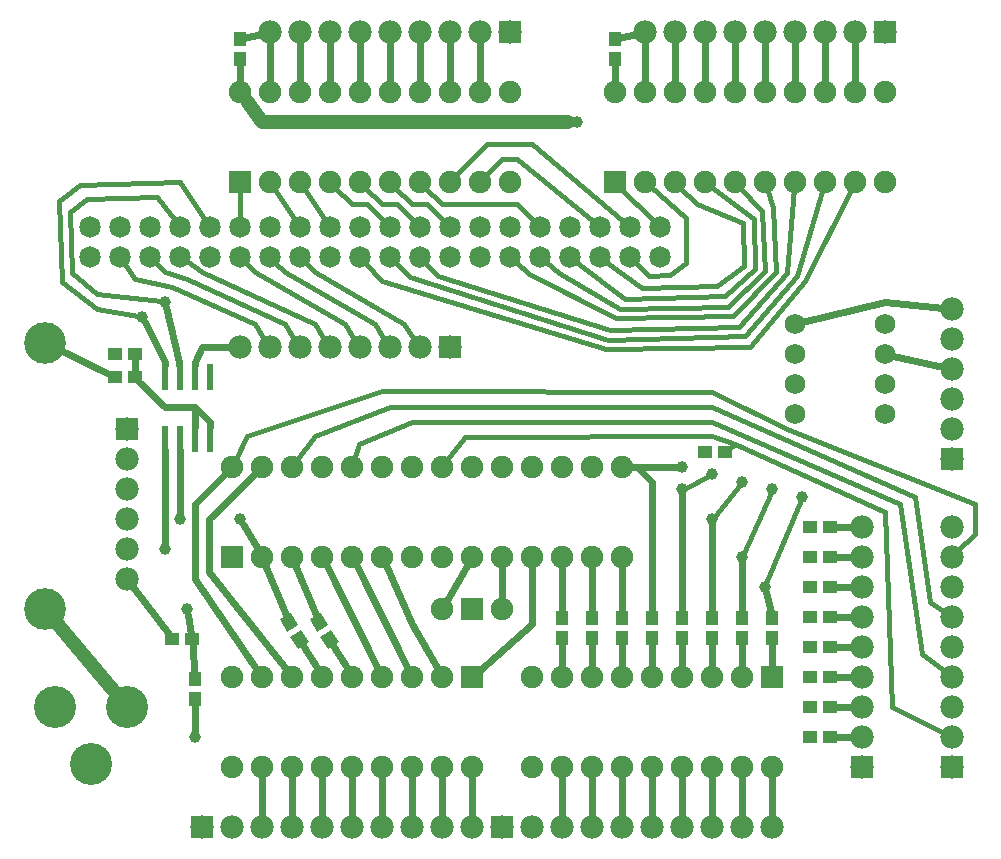
<source format=gtl>
G04 MADE WITH FRITZING*
G04 WWW.FRITZING.ORG*
G04 DOUBLE SIDED*
G04 HOLES PLATED*
G04 CONTOUR ON CENTER OF CONTOUR VECTOR*
%ASAXBY*%
%FSLAX23Y23*%
%MOIN*%
%OFA0B0*%
%SFA1.0B1.0*%
%ADD10C,0.039370*%
%ADD11C,0.071889*%
%ADD12C,0.071917*%
%ADD13C,0.075000*%
%ADD14C,0.140000*%
%ADD15C,0.138889*%
%ADD16C,0.068000*%
%ADD17C,0.078000*%
%ADD18R,0.024000X0.087000*%
%ADD19R,0.047244X0.043307*%
%ADD20R,0.043307X0.047244*%
%ADD21R,0.075000X0.075000*%
%ADD22R,0.078000X0.078000*%
%ADD23C,0.016000*%
%ADD24C,0.048000*%
%ADD25C,0.024000*%
%LNCOPPER1*%
G90*
G70*
G54D10*
X1954Y2489D03*
X679Y439D03*
X579Y1064D03*
X654Y864D03*
X629Y1164D03*
X829Y1164D03*
G54D11*
X329Y2039D03*
X429Y2039D03*
X529Y2039D03*
X629Y2039D03*
G54D12*
X729Y2039D03*
G54D11*
X829Y2039D03*
X929Y2039D03*
X1029Y2039D03*
X1129Y2039D03*
G54D12*
X1229Y2039D03*
G54D11*
X1329Y2039D03*
G54D12*
X1429Y2039D03*
G54D11*
X1529Y2039D03*
X1629Y2039D03*
X1729Y2039D03*
X1829Y2039D03*
G54D12*
X1929Y2039D03*
G54D11*
X2029Y2039D03*
X2129Y2039D03*
X2229Y2039D03*
X2229Y2139D03*
X2129Y2139D03*
X2029Y2139D03*
G54D12*
X1929Y2139D03*
G54D11*
X1829Y2139D03*
X1729Y2139D03*
X1629Y2139D03*
X1529Y2139D03*
G54D12*
X1429Y2139D03*
G54D11*
X1329Y2139D03*
G54D12*
X1229Y2139D03*
G54D11*
X1129Y2139D03*
X1029Y2139D03*
X929Y2139D03*
X829Y2139D03*
G54D12*
X729Y2139D03*
G54D11*
X629Y2139D03*
X529Y2139D03*
X429Y2139D03*
X329Y2139D03*
G54D10*
X579Y1889D03*
X504Y1839D03*
X2604Y1264D03*
X2704Y1239D03*
X2504Y1289D03*
X2304Y1339D03*
X2404Y1314D03*
G54D13*
X1504Y864D03*
X1604Y864D03*
X1704Y864D03*
G54D10*
X2304Y1264D03*
G54D14*
X454Y539D03*
X214Y539D03*
X334Y349D03*
G54D15*
X179Y864D03*
X179Y1753D03*
G54D13*
X804Y1039D03*
X804Y1339D03*
X904Y1039D03*
X904Y1339D03*
X1004Y1039D03*
X1004Y1339D03*
X1104Y1039D03*
X1104Y1339D03*
X1204Y1039D03*
X1204Y1339D03*
X1304Y1039D03*
X1304Y1339D03*
X1404Y1039D03*
X1404Y1339D03*
X1504Y1039D03*
X1504Y1339D03*
X1604Y1039D03*
X1604Y1339D03*
X1704Y1039D03*
X1704Y1339D03*
X1804Y1039D03*
X1804Y1339D03*
X1904Y1039D03*
X1904Y1339D03*
X2004Y1039D03*
X2004Y1339D03*
X2104Y1039D03*
X2104Y1339D03*
X2604Y639D03*
X2604Y339D03*
X2504Y639D03*
X2504Y339D03*
X2404Y639D03*
X2404Y339D03*
X2304Y639D03*
X2304Y339D03*
X2204Y639D03*
X2204Y339D03*
X2104Y639D03*
X2104Y339D03*
X2004Y639D03*
X2004Y339D03*
X1904Y639D03*
X1904Y339D03*
X1804Y639D03*
X1804Y339D03*
X1604Y639D03*
X1604Y339D03*
X1504Y639D03*
X1504Y339D03*
X1404Y639D03*
X1404Y339D03*
X1304Y639D03*
X1304Y339D03*
X1204Y639D03*
X1204Y339D03*
X1104Y639D03*
X1104Y339D03*
X1004Y639D03*
X1004Y339D03*
X904Y639D03*
X904Y339D03*
X804Y639D03*
X804Y339D03*
G54D16*
X2979Y1514D03*
X2979Y1614D03*
X2979Y1714D03*
X2979Y1814D03*
X2679Y1814D03*
X2679Y1714D03*
X2679Y1614D03*
X2679Y1514D03*
X2979Y1514D03*
X2979Y1614D03*
X2979Y1714D03*
X2979Y1814D03*
X2679Y1814D03*
X2679Y1714D03*
X2679Y1614D03*
X2679Y1514D03*
G54D13*
X2079Y2290D03*
X2079Y2590D03*
X2179Y2290D03*
X2179Y2590D03*
X2279Y2290D03*
X2279Y2590D03*
X2379Y2290D03*
X2379Y2590D03*
X2479Y2290D03*
X2479Y2590D03*
X2579Y2290D03*
X2579Y2590D03*
X2679Y2290D03*
X2679Y2590D03*
X2779Y2290D03*
X2779Y2590D03*
X2879Y2290D03*
X2879Y2590D03*
X2979Y2290D03*
X2979Y2590D03*
X829Y2289D03*
X829Y2589D03*
X929Y2289D03*
X929Y2589D03*
X1029Y2289D03*
X1029Y2589D03*
X1129Y2289D03*
X1129Y2589D03*
X1229Y2289D03*
X1229Y2589D03*
X1329Y2289D03*
X1329Y2589D03*
X1429Y2289D03*
X1429Y2589D03*
X1529Y2289D03*
X1529Y2589D03*
X1629Y2289D03*
X1629Y2589D03*
X1729Y2289D03*
X1729Y2589D03*
G54D17*
X454Y1464D03*
X454Y1364D03*
X454Y1264D03*
X454Y1164D03*
X454Y1064D03*
X454Y964D03*
X3204Y339D03*
X3204Y439D03*
X3204Y539D03*
X3204Y639D03*
X3204Y739D03*
X3204Y839D03*
X3204Y939D03*
X3204Y1039D03*
X3204Y1139D03*
X2904Y339D03*
X2904Y439D03*
X2904Y539D03*
X2904Y639D03*
X2904Y739D03*
X2904Y839D03*
X2904Y939D03*
X2904Y1039D03*
X2904Y1139D03*
X1704Y139D03*
X1804Y139D03*
X1904Y139D03*
X2004Y139D03*
X2104Y139D03*
X2204Y139D03*
X2304Y139D03*
X2404Y139D03*
X2504Y139D03*
X2604Y139D03*
X1529Y1739D03*
X1429Y1739D03*
X1329Y1739D03*
X1229Y1739D03*
X1129Y1739D03*
X1029Y1739D03*
X929Y1739D03*
X829Y1739D03*
X2979Y2790D03*
X2879Y2790D03*
X2779Y2790D03*
X2679Y2790D03*
X2579Y2790D03*
X2479Y2790D03*
X2379Y2790D03*
X2279Y2790D03*
X2179Y2790D03*
X1729Y2789D03*
X1629Y2789D03*
X1529Y2789D03*
X1429Y2789D03*
X1329Y2789D03*
X1229Y2789D03*
X1129Y2789D03*
X1029Y2789D03*
X929Y2789D03*
X704Y139D03*
X804Y139D03*
X904Y139D03*
X1004Y139D03*
X1104Y139D03*
X1204Y139D03*
X1304Y139D03*
X1404Y139D03*
X1504Y139D03*
X1604Y139D03*
G54D10*
X2579Y939D03*
X2504Y1039D03*
X2404Y1164D03*
G54D17*
X3204Y1364D03*
X3204Y1464D03*
X3204Y1564D03*
X3204Y1664D03*
X3204Y1764D03*
X3204Y1864D03*
G54D18*
X679Y1639D03*
X729Y1433D03*
X629Y1433D03*
X629Y1639D03*
X679Y1433D03*
X579Y1639D03*
X579Y1433D03*
X729Y1639D03*
G54D19*
X479Y1714D03*
X412Y1714D03*
X671Y764D03*
X604Y764D03*
X479Y1639D03*
X412Y1639D03*
G54D20*
X679Y631D03*
X679Y564D03*
G54D19*
X2379Y1389D03*
X2446Y1389D03*
G54D21*
X1604Y864D03*
X804Y1039D03*
X2604Y639D03*
X1604Y639D03*
X2079Y2290D03*
X829Y2289D03*
G54D22*
X454Y1464D03*
X3204Y339D03*
X2904Y339D03*
X1704Y139D03*
X1529Y1739D03*
X2979Y2790D03*
X1729Y2789D03*
X704Y139D03*
G54D19*
X2729Y439D03*
X2796Y439D03*
X2729Y539D03*
X2796Y539D03*
X2729Y639D03*
X2796Y639D03*
X2729Y839D03*
X2796Y839D03*
X2729Y739D03*
X2796Y739D03*
X2729Y939D03*
X2796Y939D03*
X2729Y1039D03*
X2796Y1039D03*
G54D20*
X2079Y2765D03*
X2079Y2698D03*
X829Y2764D03*
X829Y2697D03*
X1904Y769D03*
X1904Y836D03*
X2004Y769D03*
X2004Y836D03*
X2104Y769D03*
X2104Y836D03*
X2204Y769D03*
X2204Y836D03*
X2304Y769D03*
X2304Y836D03*
X2404Y769D03*
X2404Y836D03*
X2504Y769D03*
X2504Y836D03*
X2604Y769D03*
X2604Y836D03*
G54D19*
X2729Y1139D03*
X2796Y1139D03*
G54D22*
X3204Y1364D03*
G54D23*
X879Y1814D02*
X605Y1940D01*
D02*
X479Y1965D02*
X444Y2017D01*
D02*
X605Y1940D02*
X479Y1965D01*
D02*
X915Y1760D02*
X879Y1814D01*
G54D24*
D02*
X904Y2489D02*
X853Y2558D01*
D02*
X1924Y2489D02*
X904Y2489D01*
G54D23*
D02*
X354Y1865D02*
X236Y1956D01*
D02*
X354Y1915D02*
X270Y1984D01*
D02*
X228Y2226D02*
X298Y2277D01*
D02*
X236Y1956D02*
X228Y2226D01*
D02*
X298Y2277D02*
X629Y2290D01*
D02*
X265Y2189D02*
X320Y2233D01*
D02*
X270Y1984D02*
X265Y2189D01*
D02*
X320Y2233D02*
X554Y2239D01*
D02*
X554Y2239D02*
X612Y2161D01*
D02*
X629Y2290D02*
X714Y2162D01*
D02*
X491Y1842D02*
X354Y1865D01*
D02*
X566Y1891D02*
X354Y1915D01*
G54D25*
D02*
X629Y1183D02*
X629Y1395D01*
D02*
X579Y1083D02*
X579Y1395D01*
G54D23*
D02*
X2715Y1957D02*
X2869Y2269D01*
D02*
X2653Y1986D02*
X2677Y2267D01*
D02*
X2581Y1993D02*
X2571Y2193D01*
D02*
X2493Y1806D02*
X2653Y1986D01*
D02*
X2065Y1796D02*
X2493Y1806D01*
D02*
X1491Y1976D02*
X2065Y1796D01*
D02*
X1302Y1960D02*
X2049Y1732D01*
D02*
X2049Y1732D02*
X2530Y1740D01*
D02*
X2530Y1740D02*
X2715Y1957D01*
D02*
X1248Y2019D02*
X1302Y1960D01*
D02*
X1448Y2020D02*
X1491Y1976D01*
D02*
X1894Y1985D02*
X2098Y1865D01*
D02*
X2511Y2008D02*
X2506Y2151D01*
D02*
X2571Y2193D02*
X2495Y2273D01*
D02*
X2506Y2151D02*
X2354Y2215D01*
D02*
X2098Y1865D02*
X2457Y1873D01*
D02*
X2419Y1941D02*
X2511Y2008D01*
D02*
X2170Y1935D02*
X2419Y1941D01*
D02*
X2457Y1873D02*
X2581Y1993D01*
D02*
X1850Y2022D02*
X1894Y1985D01*
D02*
X2051Y2023D02*
X2170Y1935D01*
D02*
X2354Y2215D02*
X2295Y2273D01*
G54D25*
D02*
X2979Y1889D02*
X2705Y1821D01*
D02*
X3174Y1868D02*
X2979Y1889D01*
D02*
X3175Y1671D02*
X3006Y1709D01*
D02*
X704Y1739D02*
X679Y1689D01*
D02*
X679Y1689D02*
X679Y1677D01*
D02*
X799Y1739D02*
X704Y1739D01*
D02*
X672Y748D02*
X678Y649D01*
D02*
X679Y546D02*
X679Y458D01*
D02*
X592Y781D02*
X472Y940D01*
D02*
X657Y846D02*
X668Y781D01*
D02*
X728Y1164D02*
X884Y1319D01*
D02*
X728Y990D02*
X728Y1164D01*
D02*
X986Y662D02*
X728Y990D01*
D02*
X839Y1148D02*
X889Y1064D01*
D02*
X679Y1215D02*
X784Y1319D01*
D02*
X679Y965D02*
X679Y1215D01*
D02*
X888Y663D02*
X679Y965D01*
D02*
X216Y1735D02*
X394Y1648D01*
D02*
X479Y1656D02*
X479Y1698D01*
D02*
X579Y1690D02*
X579Y1677D01*
D02*
X628Y1690D02*
X628Y1677D01*
D02*
X584Y1871D02*
X628Y1690D01*
D02*
X513Y1822D02*
X579Y1690D01*
D02*
X579Y1539D02*
X495Y1623D01*
D02*
X729Y1489D02*
X729Y1471D01*
D02*
X679Y1540D02*
X729Y1489D01*
D02*
X679Y1540D02*
X579Y1539D01*
D02*
X679Y1471D02*
X679Y1540D01*
G54D23*
D02*
X1378Y1814D02*
X1079Y1990D01*
D02*
X1079Y1990D02*
X1049Y2020D01*
D02*
X1415Y1760D02*
X1378Y1814D01*
D02*
X1951Y2023D02*
X2115Y1899D01*
D02*
X2149Y2020D02*
X2194Y1976D01*
D02*
X2210Y2159D02*
X2095Y2273D01*
D02*
X1179Y1814D02*
X879Y1990D01*
D02*
X879Y1990D02*
X849Y2020D01*
D02*
X1215Y1760D02*
X1179Y1814D01*
D02*
X704Y1989D02*
X652Y2024D01*
D02*
X1079Y1814D02*
X704Y1989D01*
D02*
X1115Y1760D02*
X1079Y1814D01*
D02*
X579Y1989D02*
X549Y2020D01*
D02*
X654Y1965D02*
X579Y1989D01*
D02*
X979Y1814D02*
X654Y1965D01*
D02*
X1015Y1760D02*
X979Y1814D01*
D02*
X1349Y2020D02*
X1397Y1972D01*
D02*
X1792Y1982D02*
X2082Y1834D01*
D02*
X1749Y2021D02*
X1792Y1982D01*
D02*
X1280Y1814D02*
X979Y1990D01*
D02*
X979Y1990D02*
X948Y2020D01*
D02*
X1315Y1760D02*
X1280Y1814D01*
D02*
X1254Y2214D02*
X1309Y2159D01*
D02*
X1042Y2270D02*
X1114Y2162D01*
D02*
X942Y2270D02*
X1014Y2162D01*
D02*
X829Y2266D02*
X829Y2167D01*
D02*
X1755Y2215D02*
X1810Y2159D01*
D02*
X1454Y2215D02*
X1510Y2159D01*
D02*
X1354Y2214D02*
X1409Y2159D01*
D02*
X1755Y2364D02*
X2008Y2157D01*
D02*
X1804Y2415D02*
X2108Y2157D01*
D02*
X2479Y1414D02*
X2464Y1403D01*
D02*
X2115Y1899D02*
X2447Y1910D01*
D02*
X2194Y1976D02*
X2265Y1977D01*
D02*
X2316Y2020D02*
X2317Y2170D01*
D02*
X2317Y2170D02*
X2196Y2275D01*
D02*
X2265Y1977D02*
X2316Y2020D01*
D02*
X2542Y2165D02*
X2397Y2276D01*
D02*
X2548Y2000D02*
X2542Y2165D01*
D02*
X2447Y1910D02*
X2548Y2000D01*
G54D25*
D02*
X2079Y2618D02*
X2079Y2680D01*
D02*
X2095Y2769D02*
X2150Y2782D01*
D02*
X829Y2618D02*
X829Y2679D01*
D02*
X845Y2768D02*
X900Y2782D01*
G54D23*
D02*
X2686Y1975D02*
X2773Y2267D01*
D02*
X2514Y1774D02*
X2686Y1975D01*
D02*
X2058Y1761D02*
X2514Y1774D01*
D02*
X1397Y1972D02*
X2058Y1761D01*
D02*
X2607Y2201D02*
X2586Y2268D01*
D02*
X2616Y1989D02*
X2607Y2201D01*
D02*
X2475Y1842D02*
X2616Y1989D01*
D02*
X2082Y1834D02*
X2475Y1842D01*
G54D25*
D02*
X2404Y170D02*
X2404Y311D01*
D02*
X2304Y170D02*
X2304Y311D01*
D02*
X2204Y170D02*
X2204Y311D01*
D02*
X2104Y170D02*
X2104Y311D01*
D02*
X2004Y170D02*
X2004Y311D01*
D02*
X1904Y170D02*
X1904Y311D01*
D02*
X2604Y170D02*
X2604Y311D01*
D02*
X2504Y170D02*
X2504Y311D01*
D02*
X1404Y170D02*
X1404Y311D01*
D02*
X1304Y170D02*
X1304Y311D01*
D02*
X1204Y170D02*
X1204Y311D01*
D02*
X1104Y170D02*
X1104Y311D01*
D02*
X1004Y170D02*
X1004Y311D01*
D02*
X904Y170D02*
X904Y311D01*
D02*
X1604Y170D02*
X1604Y311D01*
D02*
X1504Y170D02*
X1504Y311D01*
D02*
X2379Y2759D02*
X2379Y2618D01*
D02*
X1129Y2759D02*
X1129Y2618D01*
D02*
X2479Y2759D02*
X2479Y2618D01*
D02*
X1229Y2759D02*
X1229Y2618D01*
D02*
X2579Y2759D02*
X2579Y2618D01*
D02*
X1329Y2759D02*
X1329Y2618D01*
D02*
X2679Y2759D02*
X2679Y2618D01*
D02*
X1429Y2759D02*
X1429Y2618D01*
D02*
X2779Y2759D02*
X2779Y2618D01*
D02*
X1529Y2759D02*
X1529Y2618D01*
D02*
X2879Y2759D02*
X2879Y2618D01*
D02*
X1629Y2759D02*
X1629Y2618D01*
D02*
X2279Y2759D02*
X2279Y2618D01*
D02*
X1029Y2759D02*
X1029Y2618D01*
G54D23*
D02*
X853Y1441D02*
X1305Y1591D01*
D02*
X1305Y1591D02*
X2404Y1588D01*
D02*
X2654Y1464D02*
X3280Y1215D01*
D02*
X2404Y1588D02*
X2654Y1464D01*
D02*
X3280Y1115D02*
X3221Y1057D01*
D02*
X3280Y1215D02*
X3280Y1115D01*
D02*
X814Y1360D02*
X853Y1441D01*
D02*
X1228Y1415D02*
X1211Y1361D01*
D02*
X1080Y1441D02*
X1330Y1540D01*
D02*
X3129Y889D02*
X3184Y853D01*
D02*
X3079Y1240D02*
X3129Y889D01*
D02*
X2405Y1540D02*
X3079Y1240D01*
D02*
X1330Y1540D02*
X2405Y1540D01*
D02*
X1018Y1358D02*
X1080Y1441D01*
D02*
X3104Y715D02*
X3030Y1215D01*
D02*
X3030Y1215D02*
X2405Y1489D01*
D02*
X2405Y1489D02*
X1404Y1489D01*
D02*
X1404Y1489D02*
X1228Y1415D01*
D02*
X3184Y654D02*
X3104Y715D01*
D02*
X1579Y1438D02*
X1518Y1358D01*
D02*
X2405Y1441D02*
X1579Y1438D01*
D02*
X2479Y1414D02*
X2405Y1441D01*
D02*
X2979Y1190D02*
X2479Y1414D01*
D02*
X3004Y540D02*
X2979Y1190D01*
D02*
X3182Y450D02*
X3004Y540D01*
G54D25*
D02*
X2179Y2618D02*
X2179Y2759D01*
D02*
X929Y2618D02*
X929Y2759D01*
G54D23*
D02*
X1204Y2214D02*
X1254Y2214D01*
D02*
X1145Y2273D02*
X1204Y2214D01*
D02*
X1504Y2215D02*
X1755Y2215D01*
D02*
X1403Y2214D02*
X1454Y2215D01*
D02*
X1305Y2214D02*
X1354Y2214D01*
D02*
X1445Y2273D02*
X1504Y2215D01*
D02*
X1245Y2273D02*
X1305Y2214D01*
D02*
X1345Y2273D02*
X1403Y2214D01*
D02*
X1704Y2364D02*
X1755Y2364D01*
D02*
X1653Y2414D02*
X1804Y2415D01*
D02*
X1545Y2306D02*
X1653Y2414D01*
D02*
X1645Y2306D02*
X1704Y2364D01*
G54D25*
D02*
X1189Y664D02*
X1138Y749D01*
D02*
X1089Y664D02*
X1038Y749D01*
D02*
X1015Y1013D02*
X1088Y839D01*
D02*
X915Y1013D02*
X988Y839D01*
G54D23*
D02*
X2584Y952D02*
X2699Y1227D01*
D02*
X2509Y1052D02*
X2599Y1252D01*
D02*
X2412Y1175D02*
X2496Y1279D01*
G54D25*
D02*
X2155Y1339D02*
X2285Y1339D01*
G54D23*
D02*
X2316Y1270D02*
X2392Y1308D01*
G54D25*
D02*
X1590Y1015D02*
X1518Y889D01*
D02*
X1704Y1011D02*
X1704Y893D01*
D02*
X2304Y1245D02*
X2304Y854D01*
D02*
X2204Y668D02*
X2204Y751D01*
D02*
X2304Y668D02*
X2304Y751D01*
D02*
X2404Y668D02*
X2404Y751D01*
D02*
X2504Y668D02*
X2504Y751D01*
D02*
X2604Y668D02*
X2604Y751D01*
G54D24*
D02*
X407Y595D02*
X213Y824D01*
G54D25*
D02*
X2104Y751D02*
X2104Y668D01*
D02*
X2004Y751D02*
X2004Y668D01*
D02*
X1904Y751D02*
X1904Y668D01*
D02*
X2104Y1011D02*
X2104Y854D01*
D02*
X2004Y1011D02*
X2004Y854D01*
D02*
X1904Y1011D02*
X1904Y854D01*
D02*
X2404Y1145D02*
X2404Y854D01*
D02*
X2504Y854D02*
X2504Y1020D01*
D02*
X2600Y854D02*
X2583Y921D01*
D02*
X1804Y814D02*
X1626Y658D01*
D02*
X1804Y1011D02*
X1804Y814D01*
D02*
X1403Y814D02*
X1490Y664D01*
D02*
X1316Y1013D02*
X1403Y814D01*
D02*
X1217Y1014D02*
X1391Y665D01*
D02*
X1117Y1014D02*
X1291Y665D01*
D02*
X2133Y1339D02*
X2155Y1339D01*
D02*
X2204Y1290D02*
X2204Y854D01*
D02*
X2155Y1339D02*
X2204Y1290D01*
D02*
X2874Y1139D02*
X2814Y1139D01*
D02*
X2874Y1039D02*
X2814Y1039D01*
D02*
X2874Y939D02*
X2814Y939D01*
D02*
X2874Y839D02*
X2814Y839D01*
D02*
X2874Y739D02*
X2814Y739D01*
D02*
X2874Y639D02*
X2814Y639D01*
D02*
X2874Y539D02*
X2814Y539D01*
D02*
X2874Y439D02*
X2814Y439D01*
G36*
X1098Y773D02*
X1135Y796D01*
X1160Y755D01*
X1123Y733D01*
X1098Y773D01*
G37*
D02*
G36*
X1064Y831D02*
X1101Y853D01*
X1125Y813D01*
X1088Y790D01*
X1064Y831D01*
G37*
D02*
G36*
X998Y773D02*
X1035Y796D01*
X1060Y755D01*
X1023Y733D01*
X998Y773D01*
G37*
D02*
G36*
X964Y831D02*
X1001Y853D01*
X1025Y813D01*
X988Y790D01*
X964Y831D01*
G37*
D02*
G04 End of Copper1*
M02*
</source>
